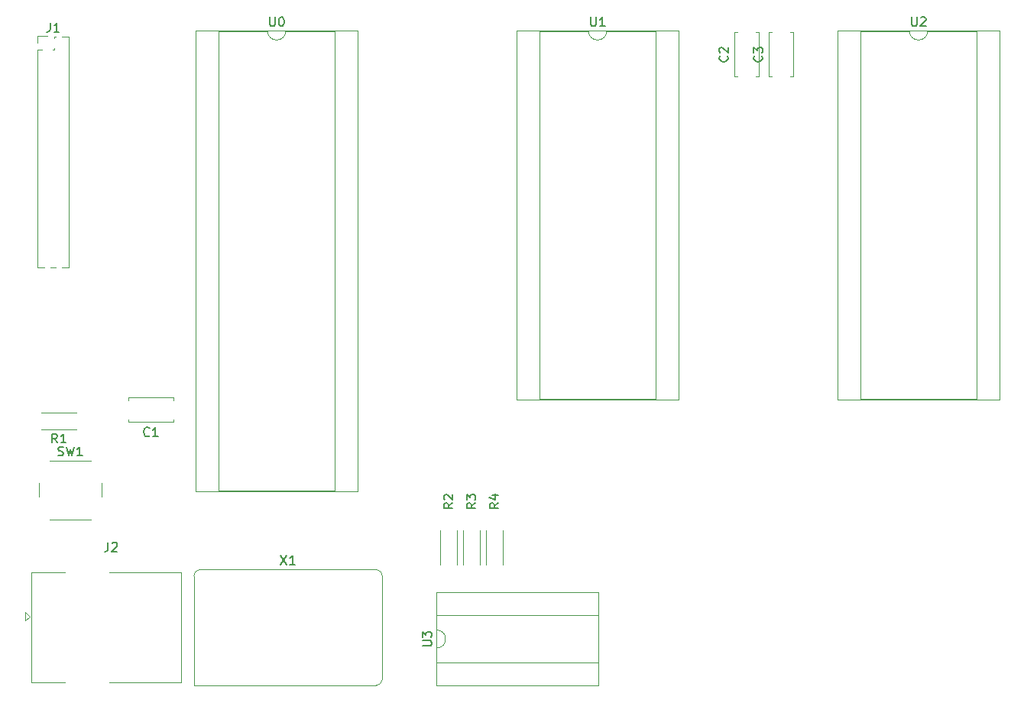
<source format=gbr>
%TF.GenerationSoftware,KiCad,Pcbnew,6.0.0*%
%TF.CreationDate,2022-01-05T13:28:49+01:00*%
%TF.ProjectId,glycon,676c7963-6f6e-42e6-9b69-6361645f7063,rev?*%
%TF.SameCoordinates,Original*%
%TF.FileFunction,Legend,Top*%
%TF.FilePolarity,Positive*%
%FSLAX46Y46*%
G04 Gerber Fmt 4.6, Leading zero omitted, Abs format (unit mm)*
G04 Created by KiCad (PCBNEW 6.0.0) date 2022-01-05 13:28:49*
%MOMM*%
%LPD*%
G01*
G04 APERTURE LIST*
%ADD10C,0.150000*%
%ADD11C,0.120000*%
G04 APERTURE END LIST*
D10*
%TO.C,R2*%
X95702380Y-124626666D02*
X95226190Y-124960000D01*
X95702380Y-125198095D02*
X94702380Y-125198095D01*
X94702380Y-124817142D01*
X94750000Y-124721904D01*
X94797619Y-124674285D01*
X94892857Y-124626666D01*
X95035714Y-124626666D01*
X95130952Y-124674285D01*
X95178571Y-124721904D01*
X95226190Y-124817142D01*
X95226190Y-125198095D01*
X94797619Y-124245714D02*
X94750000Y-124198095D01*
X94702380Y-124102857D01*
X94702380Y-123864761D01*
X94750000Y-123769523D01*
X94797619Y-123721904D01*
X94892857Y-123674285D01*
X94988095Y-123674285D01*
X95130952Y-123721904D01*
X95702380Y-124293333D01*
X95702380Y-123674285D01*
%TO.C,R4*%
X100782380Y-124626666D02*
X100306190Y-124960000D01*
X100782380Y-125198095D02*
X99782380Y-125198095D01*
X99782380Y-124817142D01*
X99830000Y-124721904D01*
X99877619Y-124674285D01*
X99972857Y-124626666D01*
X100115714Y-124626666D01*
X100210952Y-124674285D01*
X100258571Y-124721904D01*
X100306190Y-124817142D01*
X100306190Y-125198095D01*
X100115714Y-123769523D02*
X100782380Y-123769523D01*
X99734761Y-124007619D02*
X100449047Y-124245714D01*
X100449047Y-123626666D01*
%TO.C,U1*%
X110998095Y-70782380D02*
X110998095Y-71591904D01*
X111045714Y-71687142D01*
X111093333Y-71734761D01*
X111188571Y-71782380D01*
X111379047Y-71782380D01*
X111474285Y-71734761D01*
X111521904Y-71687142D01*
X111569523Y-71591904D01*
X111569523Y-70782380D01*
X112569523Y-71782380D02*
X111998095Y-71782380D01*
X112283809Y-71782380D02*
X112283809Y-70782380D01*
X112188571Y-70925238D01*
X112093333Y-71020476D01*
X111998095Y-71068095D01*
%TO.C,X1*%
X76660476Y-130422380D02*
X77327142Y-131422380D01*
X77327142Y-130422380D02*
X76660476Y-131422380D01*
X78231904Y-131422380D02*
X77660476Y-131422380D01*
X77946190Y-131422380D02*
X77946190Y-130422380D01*
X77850952Y-130565238D01*
X77755714Y-130660476D01*
X77660476Y-130708095D01*
%TO.C,SW1*%
X52006666Y-119344761D02*
X52149523Y-119392380D01*
X52387619Y-119392380D01*
X52482857Y-119344761D01*
X52530476Y-119297142D01*
X52578095Y-119201904D01*
X52578095Y-119106666D01*
X52530476Y-119011428D01*
X52482857Y-118963809D01*
X52387619Y-118916190D01*
X52197142Y-118868571D01*
X52101904Y-118820952D01*
X52054285Y-118773333D01*
X52006666Y-118678095D01*
X52006666Y-118582857D01*
X52054285Y-118487619D01*
X52101904Y-118440000D01*
X52197142Y-118392380D01*
X52435238Y-118392380D01*
X52578095Y-118440000D01*
X52911428Y-118392380D02*
X53149523Y-119392380D01*
X53340000Y-118678095D01*
X53530476Y-119392380D01*
X53768571Y-118392380D01*
X54673333Y-119392380D02*
X54101904Y-119392380D01*
X54387619Y-119392380D02*
X54387619Y-118392380D01*
X54292380Y-118535238D01*
X54197142Y-118630476D01*
X54101904Y-118678095D01*
%TO.C,J2*%
X57529166Y-128982380D02*
X57529166Y-129696666D01*
X57481547Y-129839523D01*
X57386309Y-129934761D01*
X57243452Y-129982380D01*
X57148214Y-129982380D01*
X57957738Y-129077619D02*
X58005357Y-129030000D01*
X58100595Y-128982380D01*
X58338690Y-128982380D01*
X58433928Y-129030000D01*
X58481547Y-129077619D01*
X58529166Y-129172857D01*
X58529166Y-129268095D01*
X58481547Y-129410952D01*
X57910119Y-129982380D01*
X58529166Y-129982380D01*
%TO.C,J1*%
X51101666Y-71417380D02*
X51101666Y-72131666D01*
X51054047Y-72274523D01*
X50958809Y-72369761D01*
X50815952Y-72417380D01*
X50720714Y-72417380D01*
X52101666Y-72417380D02*
X51530238Y-72417380D01*
X51815952Y-72417380D02*
X51815952Y-71417380D01*
X51720714Y-71560238D01*
X51625476Y-71655476D01*
X51530238Y-71703095D01*
%TO.C,C1*%
X62103333Y-117157142D02*
X62055714Y-117204761D01*
X61912857Y-117252380D01*
X61817619Y-117252380D01*
X61674761Y-117204761D01*
X61579523Y-117109523D01*
X61531904Y-117014285D01*
X61484285Y-116823809D01*
X61484285Y-116680952D01*
X61531904Y-116490476D01*
X61579523Y-116395238D01*
X61674761Y-116300000D01*
X61817619Y-116252380D01*
X61912857Y-116252380D01*
X62055714Y-116300000D01*
X62103333Y-116347619D01*
X63055714Y-117252380D02*
X62484285Y-117252380D01*
X62770000Y-117252380D02*
X62770000Y-116252380D01*
X62674761Y-116395238D01*
X62579523Y-116490476D01*
X62484285Y-116538095D01*
%TO.C,U3*%
X92367380Y-140451904D02*
X93176904Y-140451904D01*
X93272142Y-140404285D01*
X93319761Y-140356666D01*
X93367380Y-140261428D01*
X93367380Y-140070952D01*
X93319761Y-139975714D01*
X93272142Y-139928095D01*
X93176904Y-139880476D01*
X92367380Y-139880476D01*
X92367380Y-139499523D02*
X92367380Y-138880476D01*
X92748333Y-139213809D01*
X92748333Y-139070952D01*
X92795952Y-138975714D01*
X92843571Y-138928095D01*
X92938809Y-138880476D01*
X93176904Y-138880476D01*
X93272142Y-138928095D01*
X93319761Y-138975714D01*
X93367380Y-139070952D01*
X93367380Y-139356666D01*
X93319761Y-139451904D01*
X93272142Y-139499523D01*
%TO.C,C2*%
X126127142Y-75096666D02*
X126174761Y-75144285D01*
X126222380Y-75287142D01*
X126222380Y-75382380D01*
X126174761Y-75525238D01*
X126079523Y-75620476D01*
X125984285Y-75668095D01*
X125793809Y-75715714D01*
X125650952Y-75715714D01*
X125460476Y-75668095D01*
X125365238Y-75620476D01*
X125270000Y-75525238D01*
X125222380Y-75382380D01*
X125222380Y-75287142D01*
X125270000Y-75144285D01*
X125317619Y-75096666D01*
X125317619Y-74715714D02*
X125270000Y-74668095D01*
X125222380Y-74572857D01*
X125222380Y-74334761D01*
X125270000Y-74239523D01*
X125317619Y-74191904D01*
X125412857Y-74144285D01*
X125508095Y-74144285D01*
X125650952Y-74191904D01*
X126222380Y-74763333D01*
X126222380Y-74144285D01*
%TO.C,U0*%
X75438095Y-70782380D02*
X75438095Y-71591904D01*
X75485714Y-71687142D01*
X75533333Y-71734761D01*
X75628571Y-71782380D01*
X75819047Y-71782380D01*
X75914285Y-71734761D01*
X75961904Y-71687142D01*
X76009523Y-71591904D01*
X76009523Y-70782380D01*
X76676190Y-70782380D02*
X76771428Y-70782380D01*
X76866666Y-70830000D01*
X76914285Y-70877619D01*
X76961904Y-70972857D01*
X77009523Y-71163333D01*
X77009523Y-71401428D01*
X76961904Y-71591904D01*
X76914285Y-71687142D01*
X76866666Y-71734761D01*
X76771428Y-71782380D01*
X76676190Y-71782380D01*
X76580952Y-71734761D01*
X76533333Y-71687142D01*
X76485714Y-71591904D01*
X76438095Y-71401428D01*
X76438095Y-71163333D01*
X76485714Y-70972857D01*
X76533333Y-70877619D01*
X76580952Y-70830000D01*
X76676190Y-70782380D01*
%TO.C,U2*%
X146558095Y-70782380D02*
X146558095Y-71591904D01*
X146605714Y-71687142D01*
X146653333Y-71734761D01*
X146748571Y-71782380D01*
X146939047Y-71782380D01*
X147034285Y-71734761D01*
X147081904Y-71687142D01*
X147129523Y-71591904D01*
X147129523Y-70782380D01*
X147558095Y-70877619D02*
X147605714Y-70830000D01*
X147700952Y-70782380D01*
X147939047Y-70782380D01*
X148034285Y-70830000D01*
X148081904Y-70877619D01*
X148129523Y-70972857D01*
X148129523Y-71068095D01*
X148081904Y-71210952D01*
X147510476Y-71782380D01*
X148129523Y-71782380D01*
%TO.C,C3*%
X129937142Y-75096666D02*
X129984761Y-75144285D01*
X130032380Y-75287142D01*
X130032380Y-75382380D01*
X129984761Y-75525238D01*
X129889523Y-75620476D01*
X129794285Y-75668095D01*
X129603809Y-75715714D01*
X129460952Y-75715714D01*
X129270476Y-75668095D01*
X129175238Y-75620476D01*
X129080000Y-75525238D01*
X129032380Y-75382380D01*
X129032380Y-75287142D01*
X129080000Y-75144285D01*
X129127619Y-75096666D01*
X129032380Y-74763333D02*
X129032380Y-74144285D01*
X129413333Y-74477619D01*
X129413333Y-74334761D01*
X129460952Y-74239523D01*
X129508571Y-74191904D01*
X129603809Y-74144285D01*
X129841904Y-74144285D01*
X129937142Y-74191904D01*
X129984761Y-74239523D01*
X130032380Y-74334761D01*
X130032380Y-74620476D01*
X129984761Y-74715714D01*
X129937142Y-74763333D01*
%TO.C,R1*%
X51903333Y-117942380D02*
X51570000Y-117466190D01*
X51331904Y-117942380D02*
X51331904Y-116942380D01*
X51712857Y-116942380D01*
X51808095Y-116990000D01*
X51855714Y-117037619D01*
X51903333Y-117132857D01*
X51903333Y-117275714D01*
X51855714Y-117370952D01*
X51808095Y-117418571D01*
X51712857Y-117466190D01*
X51331904Y-117466190D01*
X52855714Y-117942380D02*
X52284285Y-117942380D01*
X52570000Y-117942380D02*
X52570000Y-116942380D01*
X52474761Y-117085238D01*
X52379523Y-117180476D01*
X52284285Y-117228095D01*
%TO.C,R3*%
X98242380Y-124626666D02*
X97766190Y-124960000D01*
X98242380Y-125198095D02*
X97242380Y-125198095D01*
X97242380Y-124817142D01*
X97290000Y-124721904D01*
X97337619Y-124674285D01*
X97432857Y-124626666D01*
X97575714Y-124626666D01*
X97670952Y-124674285D01*
X97718571Y-124721904D01*
X97766190Y-124817142D01*
X97766190Y-125198095D01*
X97242380Y-124293333D02*
X97242380Y-123674285D01*
X97623333Y-124007619D01*
X97623333Y-123864761D01*
X97670952Y-123769523D01*
X97718571Y-123721904D01*
X97813809Y-123674285D01*
X98051904Y-123674285D01*
X98147142Y-123721904D01*
X98194761Y-123769523D01*
X98242380Y-123864761D01*
X98242380Y-124150476D01*
X98194761Y-124245714D01*
X98147142Y-124293333D01*
D11*
%TO.C,R2*%
X94330000Y-131460000D02*
X94330000Y-127620000D01*
X96170000Y-131460000D02*
X96170000Y-127620000D01*
%TO.C,R4*%
X101250000Y-131460000D02*
X101250000Y-127620000D01*
X99410000Y-131460000D02*
X99410000Y-127620000D01*
%TO.C,U1*%
X105300000Y-113090000D02*
X118220000Y-113090000D01*
X120710000Y-72270000D02*
X102810000Y-72270000D01*
X110760000Y-72330000D02*
X105300000Y-72330000D01*
X118220000Y-72330000D02*
X112760000Y-72330000D01*
X118220000Y-113090000D02*
X118220000Y-72330000D01*
X102810000Y-72270000D02*
X102810000Y-113150000D01*
X102810000Y-113150000D02*
X120710000Y-113150000D01*
X105300000Y-72330000D02*
X105300000Y-113090000D01*
X120710000Y-113150000D02*
X120710000Y-72270000D01*
X110760000Y-72330000D02*
G75*
G03*
X112760000Y-72330000I1000000J0D01*
G01*
%TO.C,X1*%
X87170000Y-131970000D02*
X67770000Y-131970000D01*
X87920000Y-144120000D02*
X87920000Y-132720000D01*
X67020000Y-144870000D02*
X87170000Y-144870000D01*
X67020000Y-132720000D02*
X67020000Y-144870000D01*
X67770000Y-131970000D02*
G75*
G03*
X67020000Y-132720000I0J-750000D01*
G01*
X87170000Y-144870000D02*
G75*
G03*
X87920000Y-144120000I0J750000D01*
G01*
X87920000Y-132720000D02*
G75*
G03*
X87170000Y-131970000I-750000J0D01*
G01*
%TO.C,SW1*%
X55590000Y-119940000D02*
X51090000Y-119940000D01*
X56840000Y-123940000D02*
X56840000Y-122440000D01*
X49840000Y-122440000D02*
X49840000Y-123940000D01*
X51090000Y-126440000D02*
X55590000Y-126440000D01*
%TO.C,J2*%
X49012500Y-144540000D02*
X49012500Y-132320000D01*
X48312500Y-137680000D02*
X48812500Y-137180000D01*
X65632500Y-144540000D02*
X65632500Y-132320000D01*
X48312500Y-136680000D02*
X48312500Y-137680000D01*
X49012500Y-144540000D02*
X52762500Y-144540000D01*
X49012500Y-132320000D02*
X52762500Y-132320000D01*
X65632500Y-132320000D02*
X57662500Y-132320000D01*
X48812500Y-137180000D02*
X48312500Y-136680000D01*
X65632500Y-144540000D02*
X57662500Y-144540000D01*
%TO.C,J1*%
X52377530Y-98485000D02*
X53200000Y-98485000D01*
X51107530Y-98485000D02*
X51762470Y-98485000D01*
X51560000Y-72965000D02*
X51762470Y-72965000D01*
X51363471Y-74420000D02*
X51506529Y-74420000D01*
X49670000Y-74420000D02*
X50236529Y-74420000D01*
X49670000Y-98485000D02*
X50492470Y-98485000D01*
X49670000Y-72900000D02*
X50800000Y-72900000D01*
X53200000Y-72965000D02*
X53200000Y-98485000D01*
X51560000Y-74366529D02*
X51560000Y-74223471D01*
X52377530Y-72965000D02*
X53200000Y-72965000D01*
X49670000Y-74420000D02*
X49670000Y-98485000D01*
X51560000Y-73096529D02*
X51560000Y-72965000D01*
X49670000Y-73660000D02*
X49670000Y-72900000D01*
%TO.C,C1*%
X59800000Y-115670000D02*
X59800000Y-115355000D01*
X64740000Y-115670000D02*
X64740000Y-115355000D01*
X64740000Y-113245000D02*
X64740000Y-112930000D01*
X59800000Y-113245000D02*
X59800000Y-112930000D01*
X64740000Y-115670000D02*
X59800000Y-115670000D01*
X64740000Y-112930000D02*
X59800000Y-112930000D01*
%TO.C,U3*%
X111875000Y-144830000D02*
X111875000Y-134550000D01*
X111875000Y-134550000D02*
X93855000Y-134550000D01*
X111815000Y-142340000D02*
X111815000Y-137040000D01*
X93855000Y-134550000D02*
X93855000Y-144830000D01*
X93855000Y-144830000D02*
X111875000Y-144830000D01*
X111815000Y-137040000D02*
X93915000Y-137040000D01*
X93915000Y-142340000D02*
X111815000Y-142340000D01*
X93915000Y-140690000D02*
X93915000Y-142340000D01*
X93915000Y-137040000D02*
X93915000Y-138690000D01*
X93915000Y-140690000D02*
G75*
G03*
X93915000Y-138690000I0J1000000D01*
G01*
%TO.C,C2*%
X129640000Y-77400000D02*
X129640000Y-72460000D01*
X126900000Y-77400000D02*
X126900000Y-72460000D01*
X129325000Y-72460000D02*
X129640000Y-72460000D01*
X126900000Y-77400000D02*
X127215000Y-77400000D01*
X129325000Y-77400000D02*
X129640000Y-77400000D01*
X126900000Y-72460000D02*
X127215000Y-72460000D01*
%TO.C,U0*%
X67250000Y-72270000D02*
X67250000Y-123310000D01*
X69740000Y-72330000D02*
X69740000Y-123250000D01*
X82660000Y-72330000D02*
X77200000Y-72330000D01*
X85150000Y-72270000D02*
X67250000Y-72270000D01*
X67250000Y-123310000D02*
X85150000Y-123310000D01*
X75200000Y-72330000D02*
X69740000Y-72330000D01*
X85150000Y-123310000D02*
X85150000Y-72270000D01*
X82660000Y-123250000D02*
X82660000Y-72330000D01*
X69740000Y-123250000D02*
X82660000Y-123250000D01*
X75200000Y-72330000D02*
G75*
G03*
X77200000Y-72330000I1000000J0D01*
G01*
%TO.C,U2*%
X138370000Y-72270000D02*
X138370000Y-113150000D01*
X153780000Y-113090000D02*
X153780000Y-72330000D01*
X153780000Y-72330000D02*
X148320000Y-72330000D01*
X138370000Y-113150000D02*
X156270000Y-113150000D01*
X156270000Y-113150000D02*
X156270000Y-72270000D01*
X156270000Y-72270000D02*
X138370000Y-72270000D01*
X140860000Y-113090000D02*
X153780000Y-113090000D01*
X140860000Y-72330000D02*
X140860000Y-113090000D01*
X146320000Y-72330000D02*
X140860000Y-72330000D01*
X146320000Y-72330000D02*
G75*
G03*
X148320000Y-72330000I1000000J0D01*
G01*
%TO.C,C3*%
X130710000Y-77400000D02*
X130710000Y-72460000D01*
X130710000Y-77400000D02*
X131025000Y-77400000D01*
X133135000Y-77400000D02*
X133450000Y-77400000D01*
X130710000Y-72460000D02*
X131025000Y-72460000D01*
X133450000Y-77400000D02*
X133450000Y-72460000D01*
X133135000Y-72460000D02*
X133450000Y-72460000D01*
%TO.C,R1*%
X53990000Y-114650000D02*
X50150000Y-114650000D01*
X53990000Y-116490000D02*
X50150000Y-116490000D01*
%TO.C,R3*%
X98710000Y-131460000D02*
X98710000Y-127620000D01*
X96870000Y-131460000D02*
X96870000Y-127620000D01*
%TD*%
M02*

</source>
